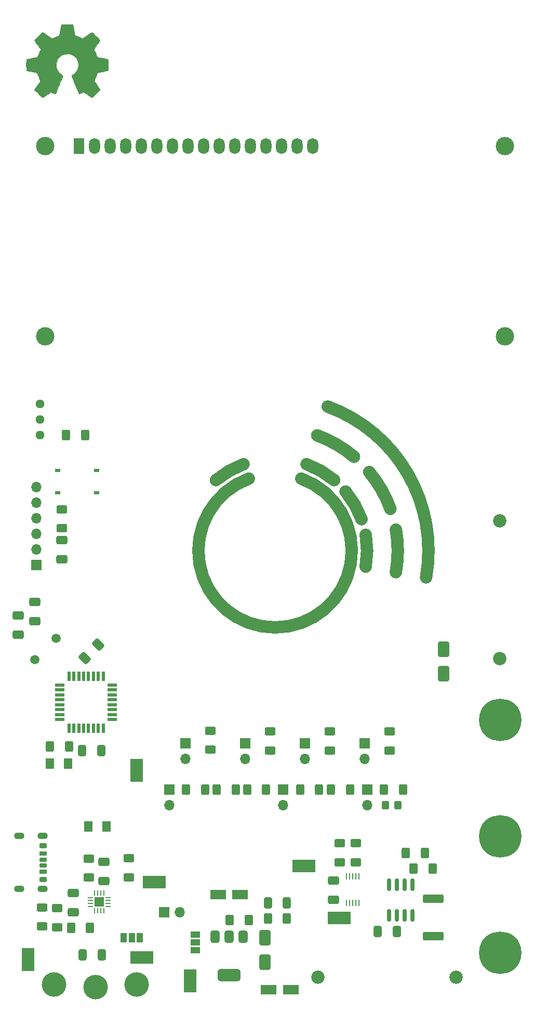
<source format=gbr>
%TF.GenerationSoftware,KiCad,Pcbnew,8.0.0*%
%TF.CreationDate,2025-03-31T17:33:55-04:00*%
%TF.ProjectId,oshe_dmm_project_v1,6f736865-5f64-46d6-9d5f-70726f6a6563,V1*%
%TF.SameCoordinates,Original*%
%TF.FileFunction,Soldermask,Top*%
%TF.FilePolarity,Negative*%
%FSLAX46Y46*%
G04 Gerber Fmt 4.6, Leading zero omitted, Abs format (unit mm)*
G04 Created by KiCad (PCBNEW 8.0.0) date 2025-03-31 17:33:55*
%MOMM*%
%LPD*%
G01*
G04 APERTURE LIST*
G04 Aperture macros list*
%AMRoundRect*
0 Rectangle with rounded corners*
0 $1 Rounding radius*
0 $2 $3 $4 $5 $6 $7 $8 $9 X,Y pos of 4 corners*
0 Add a 4 corners polygon primitive as box body*
4,1,4,$2,$3,$4,$5,$6,$7,$8,$9,$2,$3,0*
0 Add four circle primitives for the rounded corners*
1,1,$1+$1,$2,$3*
1,1,$1+$1,$4,$5*
1,1,$1+$1,$6,$7*
1,1,$1+$1,$8,$9*
0 Add four rect primitives between the rounded corners*
20,1,$1+$1,$2,$3,$4,$5,0*
20,1,$1+$1,$4,$5,$6,$7,0*
20,1,$1+$1,$6,$7,$8,$9,0*
20,1,$1+$1,$8,$9,$2,$3,0*%
G04 Aperture macros list end*
%ADD10C,2.000000*%
%ADD11C,0.150000*%
%ADD12C,0.010000*%
%ADD13R,3.800000X2.000000*%
%ADD14RoundRect,0.250000X0.625000X-0.400000X0.625000X0.400000X-0.625000X0.400000X-0.625000X-0.400000X0*%
%ADD15C,1.440000*%
%ADD16C,3.000000*%
%ADD17R,1.800000X2.600000*%
%ADD18O,1.800000X2.600000*%
%ADD19RoundRect,0.250000X0.412500X0.650000X-0.412500X0.650000X-0.412500X-0.650000X0.412500X-0.650000X0*%
%ADD20RoundRect,0.250000X0.325000X0.450000X-0.325000X0.450000X-0.325000X-0.450000X0.325000X-0.450000X0*%
%ADD21RoundRect,0.250000X0.650000X-0.412500X0.650000X0.412500X-0.650000X0.412500X-0.650000X-0.412500X0*%
%ADD22RoundRect,0.250000X-0.400000X-0.625000X0.400000X-0.625000X0.400000X0.625000X-0.400000X0.625000X0*%
%ADD23RoundRect,0.250000X0.400000X0.625000X-0.400000X0.625000X-0.400000X-0.625000X0.400000X-0.625000X0*%
%ADD24C,2.184000*%
%ADD25R,0.250000X1.100000*%
%ADD26R,0.550000X1.600000*%
%ADD27R,1.600000X0.550000*%
%ADD28C,4.000000*%
%ADD29RoundRect,0.250000X-0.650000X0.412500X-0.650000X-0.412500X0.650000X-0.412500X0.650000X0.412500X0*%
%ADD30RoundRect,0.250000X-0.412500X-0.650000X0.412500X-0.650000X0.412500X0.650000X-0.412500X0.650000X0*%
%ADD31RoundRect,0.175000X-0.425000X0.175000X-0.425000X-0.175000X0.425000X-0.175000X0.425000X0.175000X0*%
%ADD32RoundRect,0.190000X0.410000X-0.190000X0.410000X0.190000X-0.410000X0.190000X-0.410000X-0.190000X0*%
%ADD33RoundRect,0.200000X0.400000X-0.200000X0.400000X0.200000X-0.400000X0.200000X-0.400000X-0.200000X0*%
%ADD34RoundRect,0.175000X0.425000X-0.175000X0.425000X0.175000X-0.425000X0.175000X-0.425000X-0.175000X0*%
%ADD35RoundRect,0.190000X-0.410000X0.190000X-0.410000X-0.190000X0.410000X-0.190000X0.410000X0.190000X0*%
%ADD36RoundRect,0.200000X-0.400000X0.200000X-0.400000X-0.200000X0.400000X-0.200000X0.400000X0.200000X0*%
%ADD37O,1.700000X1.100000*%
%ADD38R,1.700000X1.700000*%
%ADD39O,1.700000X1.700000*%
%ADD40RoundRect,0.250000X-0.650000X1.000000X-0.650000X-1.000000X0.650000X-1.000000X0.650000X1.000000X0*%
%ADD41R,2.000000X3.800000*%
%ADD42RoundRect,0.150000X-0.150000X0.825000X-0.150000X-0.825000X0.150000X-0.825000X0.150000X0.825000X0*%
%ADD43RoundRect,0.250000X-0.625000X0.400000X-0.625000X-0.400000X0.625000X-0.400000X0.625000X0.400000X0*%
%ADD44RoundRect,0.250000X0.167938X-0.751301X0.751301X-0.167938X-0.167938X0.751301X-0.751301X0.167938X0*%
%ADD45C,6.918200*%
%ADD46RoundRect,0.250000X-1.050000X-0.550000X1.050000X-0.550000X1.050000X0.550000X-1.050000X0.550000X0*%
%ADD47C,1.500000*%
%ADD48RoundRect,0.250001X-0.462499X-0.624999X0.462499X-0.624999X0.462499X0.624999X-0.462499X0.624999X0*%
%ADD49R,1.500000X1.000000*%
%ADD50RoundRect,0.375000X-0.375000X0.625000X-0.375000X-0.625000X0.375000X-0.625000X0.375000X0.625000X0*%
%ADD51RoundRect,0.500000X-1.400000X0.500000X-1.400000X-0.500000X1.400000X-0.500000X1.400000X0.500000X0*%
%ADD52RoundRect,0.249999X1.425001X-0.450001X1.425001X0.450001X-1.425001X0.450001X-1.425001X-0.450001X0*%
%ADD53RoundRect,0.250000X0.650000X-1.000000X0.650000X1.000000X-0.650000X1.000000X-0.650000X-1.000000X0*%
%ADD54RoundRect,0.250001X0.462499X0.624999X-0.462499X0.624999X-0.462499X-0.624999X0.462499X-0.624999X0*%
%ADD55R,1.000000X1.500000*%
%ADD56RoundRect,0.062500X0.062500X-0.375000X0.062500X0.375000X-0.062500X0.375000X-0.062500X-0.375000X0*%
%ADD57RoundRect,0.062500X0.375000X-0.062500X0.375000X0.062500X-0.375000X0.062500X-0.375000X-0.062500X0*%
%ADD58R,1.600000X1.600000*%
%ADD59R,0.952500X0.558800*%
G04 APERTURE END LIST*
D10*
X171355591Y-133293334D02*
G75*
G02*
X177369640Y-136777187I-6865591J-18784666D01*
G01*
X169612907Y-137979922D02*
G75*
G02*
X174125374Y-140581933I-5122907J-14098078D01*
G01*
X179264323Y-149485840D02*
G75*
G02*
X179260853Y-154689859I-14774323J-2592160D01*
G01*
X175981284Y-142436923D02*
G75*
G02*
X178587194Y-146952663I-11491284J-9641077D01*
G01*
X173063852Y-128594198D02*
G75*
G02*
X189107233Y-156435951I-8573852J-23483802D01*
G01*
X184191459Y-148635270D02*
G75*
G02*
X184181344Y-155578124I-19701459J-3442730D01*
G01*
X168757757Y-140329116D02*
G75*
G02*
X160210970Y-140333217I-4267757J-11748884D01*
G01*
X179834186Y-139250063D02*
G75*
G02*
X183291804Y-145259484I-15344186J-12827937D01*
G01*
X154847450Y-140587954D02*
G75*
G02*
X159363042Y-137981396I9642550J-11490046D01*
G01*
X173063852Y-128594198D02*
G75*
G02*
X189107233Y-156435951I-8573852J-23483802D01*
G01*
D11*
X168752969Y-139907819D02*
X168276779Y-139907819D01*
X168276779Y-139907819D02*
X168229160Y-140384009D01*
X168229160Y-140384009D02*
X168276779Y-140336390D01*
X168276779Y-140336390D02*
X168372017Y-140288771D01*
X168372017Y-140288771D02*
X168610112Y-140288771D01*
X168610112Y-140288771D02*
X168705350Y-140336390D01*
X168705350Y-140336390D02*
X168752969Y-140384009D01*
X168752969Y-140384009D02*
X168800588Y-140479247D01*
X168800588Y-140479247D02*
X168800588Y-140717342D01*
X168800588Y-140717342D02*
X168752969Y-140812580D01*
X168752969Y-140812580D02*
X168705350Y-140860200D01*
X168705350Y-140860200D02*
X168610112Y-140907819D01*
X168610112Y-140907819D02*
X168372017Y-140907819D01*
X168372017Y-140907819D02*
X168276779Y-140860200D01*
X168276779Y-140860200D02*
X168229160Y-140812580D01*
X169086303Y-139907819D02*
X169419636Y-140907819D01*
X169419636Y-140907819D02*
X169752969Y-139907819D01*
D12*
%TO.C,REF\u002A\u002A*%
X131700803Y-67222640D02*
X131869676Y-68118427D01*
X132492796Y-68375298D01*
X133115916Y-68632168D01*
X133863453Y-68123849D01*
X134072802Y-67982316D01*
X134262043Y-67855945D01*
X134422343Y-67750507D01*
X134544874Y-67671770D01*
X134620802Y-67625505D01*
X134641480Y-67615529D01*
X134678731Y-67641186D01*
X134758332Y-67712115D01*
X134871361Y-67819257D01*
X135008895Y-67953550D01*
X135162012Y-68105934D01*
X135321789Y-68267347D01*
X135479305Y-68428730D01*
X135625637Y-68581022D01*
X135751863Y-68715162D01*
X135849060Y-68822089D01*
X135908307Y-68892742D01*
X135922471Y-68916388D01*
X135902087Y-68959979D01*
X135844941Y-69055481D01*
X135757041Y-69193550D01*
X135644396Y-69364845D01*
X135513013Y-69560025D01*
X135436882Y-69671352D01*
X135298118Y-69874633D01*
X135174811Y-70058073D01*
X135072945Y-70212542D01*
X134998501Y-70328909D01*
X134957461Y-70398042D01*
X134951294Y-70412570D01*
X134965274Y-70453860D01*
X135003382Y-70550092D01*
X135059867Y-70687734D01*
X135128980Y-70853258D01*
X135204970Y-71033132D01*
X135282089Y-71213828D01*
X135354585Y-71381814D01*
X135416709Y-71523560D01*
X135462712Y-71625537D01*
X135486843Y-71674214D01*
X135488267Y-71676130D01*
X135526158Y-71685425D01*
X135627069Y-71706160D01*
X135780540Y-71736298D01*
X135976112Y-71773801D01*
X136203325Y-71816629D01*
X136335891Y-71841326D01*
X136578679Y-71887553D01*
X136797974Y-71931540D01*
X136982681Y-71970881D01*
X137121705Y-72003169D01*
X137203952Y-72025997D01*
X137220485Y-72033240D01*
X137236678Y-72082261D01*
X137249744Y-72192977D01*
X137259691Y-72352438D01*
X137266528Y-72547700D01*
X137270264Y-72765814D01*
X137270907Y-72993835D01*
X137268468Y-73218815D01*
X137262953Y-73427809D01*
X137254374Y-73607868D01*
X137242737Y-73746047D01*
X137228052Y-73829398D01*
X137219245Y-73846750D01*
X137166599Y-73867548D01*
X137055043Y-73897282D01*
X136899335Y-73932459D01*
X136714229Y-73969586D01*
X136649613Y-73981597D01*
X136338071Y-74038662D01*
X136091976Y-74084618D01*
X135903195Y-74121293D01*
X135763598Y-74150513D01*
X135665052Y-74174104D01*
X135599426Y-74193892D01*
X135558589Y-74211706D01*
X135534409Y-74229370D01*
X135531026Y-74232861D01*
X135497255Y-74289100D01*
X135445737Y-74398547D01*
X135381617Y-74547800D01*
X135310039Y-74723459D01*
X135236146Y-74912121D01*
X135165083Y-75100385D01*
X135101993Y-75274848D01*
X135052021Y-75422108D01*
X135020312Y-75528764D01*
X135012008Y-75581413D01*
X135012700Y-75583257D01*
X135040836Y-75626292D01*
X135104665Y-75720978D01*
X135197480Y-75857460D01*
X135312573Y-76025882D01*
X135443237Y-76216390D01*
X135480448Y-76270529D01*
X135613129Y-76466804D01*
X135729883Y-76645886D01*
X135824349Y-76797492D01*
X135890168Y-76911338D01*
X135920978Y-76977141D01*
X135922471Y-76985225D01*
X135896584Y-77027715D01*
X135825054Y-77111891D01*
X135717076Y-77228705D01*
X135581846Y-77369110D01*
X135428558Y-77524061D01*
X135266409Y-77684509D01*
X135104593Y-77841409D01*
X134952306Y-77985713D01*
X134818743Y-78108376D01*
X134713100Y-78200350D01*
X134644572Y-78252589D01*
X134625614Y-78261118D01*
X134581487Y-78241029D01*
X134491142Y-78186849D01*
X134369295Y-78107704D01*
X134275546Y-78044001D01*
X134105678Y-77927110D01*
X133904512Y-77789476D01*
X133702733Y-77652063D01*
X133594250Y-77578519D01*
X133227058Y-77330155D01*
X132918826Y-77496813D01*
X132778404Y-77569822D01*
X132658996Y-77626571D01*
X132578202Y-77658937D01*
X132557636Y-77663441D01*
X132532906Y-77630189D01*
X132484118Y-77536224D01*
X132414913Y-77390213D01*
X132328935Y-77200824D01*
X132229824Y-76976724D01*
X132121224Y-76726581D01*
X132006775Y-76459063D01*
X131890120Y-76182836D01*
X131774901Y-75906568D01*
X131664760Y-75638927D01*
X131563339Y-75388580D01*
X131474280Y-75164195D01*
X131401225Y-74974439D01*
X131347816Y-74827980D01*
X131317695Y-74733485D01*
X131312851Y-74701031D01*
X131351245Y-74659636D01*
X131435308Y-74592438D01*
X131547467Y-74513400D01*
X131556881Y-74507147D01*
X131846768Y-74275103D01*
X132080512Y-74004386D01*
X132256087Y-73703653D01*
X132371469Y-73381561D01*
X132424630Y-73046765D01*
X132413547Y-72707922D01*
X132336192Y-72373688D01*
X132190540Y-72052719D01*
X132147688Y-71982495D01*
X131924802Y-71698927D01*
X131661491Y-71471218D01*
X131366865Y-71300551D01*
X131050041Y-71188112D01*
X130720130Y-71135083D01*
X130386246Y-71142651D01*
X130057503Y-71211998D01*
X129743014Y-71344309D01*
X129451893Y-71540768D01*
X129361840Y-71620506D01*
X129132653Y-71870108D01*
X128965646Y-72132868D01*
X128851085Y-72427399D01*
X128787281Y-72719075D01*
X128771530Y-73047012D01*
X128824051Y-73376577D01*
X128939510Y-73696630D01*
X129112571Y-73996032D01*
X129337899Y-74263643D01*
X129610160Y-74488325D01*
X129645942Y-74512008D01*
X129759302Y-74589568D01*
X129845478Y-74656768D01*
X129886677Y-74699675D01*
X129887276Y-74701031D01*
X129878431Y-74747446D01*
X129843369Y-74852786D01*
X129785733Y-75008388D01*
X129709166Y-75205584D01*
X129617314Y-75435710D01*
X129513817Y-75690101D01*
X129402321Y-75960090D01*
X129286468Y-76237012D01*
X129169903Y-76512201D01*
X129056267Y-76776993D01*
X128949206Y-77022721D01*
X128852362Y-77240721D01*
X128769379Y-77422326D01*
X128703901Y-77558871D01*
X128659569Y-77641690D01*
X128641717Y-77663441D01*
X128587166Y-77646504D01*
X128485095Y-77601077D01*
X128353105Y-77535280D01*
X128280526Y-77496813D01*
X127972295Y-77330155D01*
X127605103Y-77578519D01*
X127417660Y-77705754D01*
X127212443Y-77845773D01*
X127020133Y-77977612D01*
X126923807Y-78044001D01*
X126788327Y-78134976D01*
X126673607Y-78207071D01*
X126594612Y-78251154D01*
X126568954Y-78260473D01*
X126531609Y-78235334D01*
X126448958Y-78165154D01*
X126329015Y-78057220D01*
X126179791Y-77918818D01*
X126009301Y-77757235D01*
X125901474Y-77653488D01*
X125712828Y-77468135D01*
X125549795Y-77302351D01*
X125418968Y-77163227D01*
X125326935Y-77057856D01*
X125280287Y-76993329D01*
X125275812Y-76980234D01*
X125296580Y-76930425D01*
X125353969Y-76829713D01*
X125441613Y-76688295D01*
X125553146Y-76516367D01*
X125682203Y-76324124D01*
X125718904Y-76270529D01*
X125852632Y-76075733D01*
X125972607Y-75900353D01*
X126072121Y-75754243D01*
X126144467Y-75647258D01*
X126182936Y-75589255D01*
X126186653Y-75583257D01*
X126181095Y-75537032D01*
X126151593Y-75435398D01*
X126103291Y-75291758D01*
X126041333Y-75119514D01*
X125970863Y-74932066D01*
X125897025Y-74742818D01*
X125824963Y-74565171D01*
X125759822Y-74412527D01*
X125706745Y-74298288D01*
X125670877Y-74235856D01*
X125668327Y-74232861D01*
X125646394Y-74215019D01*
X125609348Y-74197374D01*
X125549059Y-74178101D01*
X125457396Y-74155374D01*
X125326226Y-74127364D01*
X125147418Y-74092247D01*
X124912842Y-74048195D01*
X124614365Y-73993382D01*
X124549740Y-73981597D01*
X124358206Y-73944591D01*
X124191231Y-73908389D01*
X124063568Y-73876485D01*
X123989976Y-73852372D01*
X123980108Y-73846750D01*
X123963847Y-73796910D01*
X123950630Y-73685532D01*
X123940464Y-73525563D01*
X123933360Y-73329950D01*
X123929326Y-73111640D01*
X123928370Y-72883579D01*
X123930502Y-72658714D01*
X123935731Y-72449991D01*
X123944065Y-72270358D01*
X123955513Y-72132762D01*
X123970084Y-72050148D01*
X123978868Y-72033240D01*
X124027770Y-72016184D01*
X124139127Y-71988436D01*
X124301844Y-71952403D01*
X124504826Y-71910493D01*
X124736979Y-71865111D01*
X124863462Y-71841326D01*
X125103445Y-71796465D01*
X125317451Y-71755825D01*
X125495022Y-71721446D01*
X125625698Y-71695365D01*
X125699018Y-71679621D01*
X125711085Y-71676130D01*
X125731481Y-71636779D01*
X125774594Y-71541993D01*
X125834679Y-71405315D01*
X125905987Y-71240286D01*
X125982773Y-71060447D01*
X126059290Y-70879340D01*
X126129790Y-70710507D01*
X126188527Y-70567488D01*
X126229754Y-70463826D01*
X126247724Y-70413061D01*
X126248059Y-70410842D01*
X126227687Y-70370796D01*
X126170573Y-70278639D01*
X126082721Y-70143533D01*
X125970133Y-69974635D01*
X125838811Y-69781105D01*
X125762471Y-69669941D01*
X125623364Y-69466116D01*
X125499812Y-69281063D01*
X125397842Y-69124146D01*
X125323483Y-69004724D01*
X125282763Y-68932160D01*
X125276882Y-68915893D01*
X125302163Y-68878030D01*
X125372052Y-68797186D01*
X125477623Y-68682419D01*
X125609948Y-68542785D01*
X125760099Y-68387342D01*
X125919148Y-68225146D01*
X126078167Y-68065254D01*
X126228229Y-67916724D01*
X126360406Y-67788613D01*
X126465770Y-67689977D01*
X126535393Y-67629873D01*
X126558685Y-67615529D01*
X126596610Y-67635699D01*
X126687317Y-67692363D01*
X126821989Y-67779753D01*
X126991805Y-67892100D01*
X127187946Y-68023638D01*
X127335900Y-68123849D01*
X128083436Y-68632168D01*
X128706556Y-68375298D01*
X129329676Y-68118427D01*
X129667424Y-66326853D01*
X131531929Y-66326853D01*
X131700803Y-67222640D01*
G36*
X131700803Y-67222640D02*
G01*
X131869676Y-68118427D01*
X132492796Y-68375298D01*
X133115916Y-68632168D01*
X133863453Y-68123849D01*
X134072802Y-67982316D01*
X134262043Y-67855945D01*
X134422343Y-67750507D01*
X134544874Y-67671770D01*
X134620802Y-67625505D01*
X134641480Y-67615529D01*
X134678731Y-67641186D01*
X134758332Y-67712115D01*
X134871361Y-67819257D01*
X135008895Y-67953550D01*
X135162012Y-68105934D01*
X135321789Y-68267347D01*
X135479305Y-68428730D01*
X135625637Y-68581022D01*
X135751863Y-68715162D01*
X135849060Y-68822089D01*
X135908307Y-68892742D01*
X135922471Y-68916388D01*
X135902087Y-68959979D01*
X135844941Y-69055481D01*
X135757041Y-69193550D01*
X135644396Y-69364845D01*
X135513013Y-69560025D01*
X135436882Y-69671352D01*
X135298118Y-69874633D01*
X135174811Y-70058073D01*
X135072945Y-70212542D01*
X134998501Y-70328909D01*
X134957461Y-70398042D01*
X134951294Y-70412570D01*
X134965274Y-70453860D01*
X135003382Y-70550092D01*
X135059867Y-70687734D01*
X135128980Y-70853258D01*
X135204970Y-71033132D01*
X135282089Y-71213828D01*
X135354585Y-71381814D01*
X135416709Y-71523560D01*
X135462712Y-71625537D01*
X135486843Y-71674214D01*
X135488267Y-71676130D01*
X135526158Y-71685425D01*
X135627069Y-71706160D01*
X135780540Y-71736298D01*
X135976112Y-71773801D01*
X136203325Y-71816629D01*
X136335891Y-71841326D01*
X136578679Y-71887553D01*
X136797974Y-71931540D01*
X136982681Y-71970881D01*
X137121705Y-72003169D01*
X137203952Y-72025997D01*
X137220485Y-72033240D01*
X137236678Y-72082261D01*
X137249744Y-72192977D01*
X137259691Y-72352438D01*
X137266528Y-72547700D01*
X137270264Y-72765814D01*
X137270907Y-72993835D01*
X137268468Y-73218815D01*
X137262953Y-73427809D01*
X137254374Y-73607868D01*
X137242737Y-73746047D01*
X137228052Y-73829398D01*
X137219245Y-73846750D01*
X137166599Y-73867548D01*
X137055043Y-73897282D01*
X136899335Y-73932459D01*
X136714229Y-73969586D01*
X136649613Y-73981597D01*
X136338071Y-74038662D01*
X136091976Y-74084618D01*
X135903195Y-74121293D01*
X135763598Y-74150513D01*
X135665052Y-74174104D01*
X135599426Y-74193892D01*
X135558589Y-74211706D01*
X135534409Y-74229370D01*
X135531026Y-74232861D01*
X135497255Y-74289100D01*
X135445737Y-74398547D01*
X135381617Y-74547800D01*
X135310039Y-74723459D01*
X135236146Y-74912121D01*
X135165083Y-75100385D01*
X135101993Y-75274848D01*
X135052021Y-75422108D01*
X135020312Y-75528764D01*
X135012008Y-75581413D01*
X135012700Y-75583257D01*
X135040836Y-75626292D01*
X135104665Y-75720978D01*
X135197480Y-75857460D01*
X135312573Y-76025882D01*
X135443237Y-76216390D01*
X135480448Y-76270529D01*
X135613129Y-76466804D01*
X135729883Y-76645886D01*
X135824349Y-76797492D01*
X135890168Y-76911338D01*
X135920978Y-76977141D01*
X135922471Y-76985225D01*
X135896584Y-77027715D01*
X135825054Y-77111891D01*
X135717076Y-77228705D01*
X135581846Y-77369110D01*
X135428558Y-77524061D01*
X135266409Y-77684509D01*
X135104593Y-77841409D01*
X134952306Y-77985713D01*
X134818743Y-78108376D01*
X134713100Y-78200350D01*
X134644572Y-78252589D01*
X134625614Y-78261118D01*
X134581487Y-78241029D01*
X134491142Y-78186849D01*
X134369295Y-78107704D01*
X134275546Y-78044001D01*
X134105678Y-77927110D01*
X133904512Y-77789476D01*
X133702733Y-77652063D01*
X133594250Y-77578519D01*
X133227058Y-77330155D01*
X132918826Y-77496813D01*
X132778404Y-77569822D01*
X132658996Y-77626571D01*
X132578202Y-77658937D01*
X132557636Y-77663441D01*
X132532906Y-77630189D01*
X132484118Y-77536224D01*
X132414913Y-77390213D01*
X132328935Y-77200824D01*
X132229824Y-76976724D01*
X132121224Y-76726581D01*
X132006775Y-76459063D01*
X131890120Y-76182836D01*
X131774901Y-75906568D01*
X131664760Y-75638927D01*
X131563339Y-75388580D01*
X131474280Y-75164195D01*
X131401225Y-74974439D01*
X131347816Y-74827980D01*
X131317695Y-74733485D01*
X131312851Y-74701031D01*
X131351245Y-74659636D01*
X131435308Y-74592438D01*
X131547467Y-74513400D01*
X131556881Y-74507147D01*
X131846768Y-74275103D01*
X132080512Y-74004386D01*
X132256087Y-73703653D01*
X132371469Y-73381561D01*
X132424630Y-73046765D01*
X132413547Y-72707922D01*
X132336192Y-72373688D01*
X132190540Y-72052719D01*
X132147688Y-71982495D01*
X131924802Y-71698927D01*
X131661491Y-71471218D01*
X131366865Y-71300551D01*
X131050041Y-71188112D01*
X130720130Y-71135083D01*
X130386246Y-71142651D01*
X130057503Y-71211998D01*
X129743014Y-71344309D01*
X129451893Y-71540768D01*
X129361840Y-71620506D01*
X129132653Y-71870108D01*
X128965646Y-72132868D01*
X128851085Y-72427399D01*
X128787281Y-72719075D01*
X128771530Y-73047012D01*
X128824051Y-73376577D01*
X128939510Y-73696630D01*
X129112571Y-73996032D01*
X129337899Y-74263643D01*
X129610160Y-74488325D01*
X129645942Y-74512008D01*
X129759302Y-74589568D01*
X129845478Y-74656768D01*
X129886677Y-74699675D01*
X129887276Y-74701031D01*
X129878431Y-74747446D01*
X129843369Y-74852786D01*
X129785733Y-75008388D01*
X129709166Y-75205584D01*
X129617314Y-75435710D01*
X129513817Y-75690101D01*
X129402321Y-75960090D01*
X129286468Y-76237012D01*
X129169903Y-76512201D01*
X129056267Y-76776993D01*
X128949206Y-77022721D01*
X128852362Y-77240721D01*
X128769379Y-77422326D01*
X128703901Y-77558871D01*
X128659569Y-77641690D01*
X128641717Y-77663441D01*
X128587166Y-77646504D01*
X128485095Y-77601077D01*
X128353105Y-77535280D01*
X128280526Y-77496813D01*
X127972295Y-77330155D01*
X127605103Y-77578519D01*
X127417660Y-77705754D01*
X127212443Y-77845773D01*
X127020133Y-77977612D01*
X126923807Y-78044001D01*
X126788327Y-78134976D01*
X126673607Y-78207071D01*
X126594612Y-78251154D01*
X126568954Y-78260473D01*
X126531609Y-78235334D01*
X126448958Y-78165154D01*
X126329015Y-78057220D01*
X126179791Y-77918818D01*
X126009301Y-77757235D01*
X125901474Y-77653488D01*
X125712828Y-77468135D01*
X125549795Y-77302351D01*
X125418968Y-77163227D01*
X125326935Y-77057856D01*
X125280287Y-76993329D01*
X125275812Y-76980234D01*
X125296580Y-76930425D01*
X125353969Y-76829713D01*
X125441613Y-76688295D01*
X125553146Y-76516367D01*
X125682203Y-76324124D01*
X125718904Y-76270529D01*
X125852632Y-76075733D01*
X125972607Y-75900353D01*
X126072121Y-75754243D01*
X126144467Y-75647258D01*
X126182936Y-75589255D01*
X126186653Y-75583257D01*
X126181095Y-75537032D01*
X126151593Y-75435398D01*
X126103291Y-75291758D01*
X126041333Y-75119514D01*
X125970863Y-74932066D01*
X125897025Y-74742818D01*
X125824963Y-74565171D01*
X125759822Y-74412527D01*
X125706745Y-74298288D01*
X125670877Y-74235856D01*
X125668327Y-74232861D01*
X125646394Y-74215019D01*
X125609348Y-74197374D01*
X125549059Y-74178101D01*
X125457396Y-74155374D01*
X125326226Y-74127364D01*
X125147418Y-74092247D01*
X124912842Y-74048195D01*
X124614365Y-73993382D01*
X124549740Y-73981597D01*
X124358206Y-73944591D01*
X124191231Y-73908389D01*
X124063568Y-73876485D01*
X123989976Y-73852372D01*
X123980108Y-73846750D01*
X123963847Y-73796910D01*
X123950630Y-73685532D01*
X123940464Y-73525563D01*
X123933360Y-73329950D01*
X123929326Y-73111640D01*
X123928370Y-72883579D01*
X123930502Y-72658714D01*
X123935731Y-72449991D01*
X123944065Y-72270358D01*
X123955513Y-72132762D01*
X123970084Y-72050148D01*
X123978868Y-72033240D01*
X124027770Y-72016184D01*
X124139127Y-71988436D01*
X124301844Y-71952403D01*
X124504826Y-71910493D01*
X124736979Y-71865111D01*
X124863462Y-71841326D01*
X125103445Y-71796465D01*
X125317451Y-71755825D01*
X125495022Y-71721446D01*
X125625698Y-71695365D01*
X125699018Y-71679621D01*
X125711085Y-71676130D01*
X125731481Y-71636779D01*
X125774594Y-71541993D01*
X125834679Y-71405315D01*
X125905987Y-71240286D01*
X125982773Y-71060447D01*
X126059290Y-70879340D01*
X126129790Y-70710507D01*
X126188527Y-70567488D01*
X126229754Y-70463826D01*
X126247724Y-70413061D01*
X126248059Y-70410842D01*
X126227687Y-70370796D01*
X126170573Y-70278639D01*
X126082721Y-70143533D01*
X125970133Y-69974635D01*
X125838811Y-69781105D01*
X125762471Y-69669941D01*
X125623364Y-69466116D01*
X125499812Y-69281063D01*
X125397842Y-69124146D01*
X125323483Y-69004724D01*
X125282763Y-68932160D01*
X125276882Y-68915893D01*
X125302163Y-68878030D01*
X125372052Y-68797186D01*
X125477623Y-68682419D01*
X125609948Y-68542785D01*
X125760099Y-68387342D01*
X125919148Y-68225146D01*
X126078167Y-68065254D01*
X126228229Y-67916724D01*
X126360406Y-67788613D01*
X126465770Y-67689977D01*
X126535393Y-67629873D01*
X126558685Y-67615529D01*
X126596610Y-67635699D01*
X126687317Y-67692363D01*
X126821989Y-67779753D01*
X126991805Y-67892100D01*
X127187946Y-68023638D01*
X127335900Y-68123849D01*
X128083436Y-68632168D01*
X128706556Y-68375298D01*
X129329676Y-68118427D01*
X129667424Y-66326853D01*
X131531929Y-66326853D01*
X131700803Y-67222640D01*
G37*
%TD*%
D13*
%TO.C,BAT1*%
X142798400Y-218321200D03*
%TD*%
D14*
%TO.C,R11*%
X129729950Y-148409300D03*
X129729950Y-145309300D03*
%TD*%
D15*
%TO.C,RV1*%
X126161400Y-133205800D03*
X126161400Y-130665800D03*
X126161400Y-128125800D03*
%TD*%
D16*
%TO.C,DS1*%
X126990900Y-86174500D03*
X126990900Y-117175200D03*
X201989480Y-117175200D03*
X201990000Y-86174500D03*
D17*
X132490000Y-86174500D03*
D18*
X135030000Y-86174500D03*
X137570000Y-86174500D03*
X140110000Y-86174500D03*
X142650000Y-86174500D03*
X145190000Y-86174500D03*
X147730000Y-86174500D03*
X150270000Y-86174500D03*
X152810000Y-86174500D03*
X155350000Y-86174500D03*
X157890000Y-86174500D03*
X160430000Y-86174500D03*
X162970000Y-86174500D03*
X165510000Y-86174500D03*
X168050000Y-86174500D03*
X170590000Y-86174500D03*
%TD*%
D19*
%TO.C,C8*%
X136232900Y-217940200D03*
X133107900Y-217940200D03*
%TD*%
D20*
%TO.C,D2*%
X184506800Y-193530800D03*
X182456800Y-193530800D03*
%TD*%
D21*
%TO.C,C7*%
X174040400Y-208961700D03*
X174040400Y-205836700D03*
%TD*%
D22*
%TO.C,R7*%
X182244000Y-190990800D03*
X185344000Y-190990800D03*
%TD*%
D19*
%TO.C,C1*%
X136137500Y-184634600D03*
X133012500Y-184634600D03*
%TD*%
D23*
%TO.C,R8*%
X188900000Y-201289000D03*
X185800000Y-201289000D03*
%TD*%
D24*
%TO.C,F2*%
X193977200Y-221572400D03*
X171477200Y-221572400D03*
%TD*%
D25*
%TO.C,U3*%
X176139200Y-209456986D03*
X176639200Y-209456986D03*
X177139200Y-209456986D03*
X177639200Y-209456986D03*
X178139200Y-209456986D03*
X178139200Y-205156986D03*
X177639200Y-205156986D03*
X177139200Y-205156986D03*
X176639200Y-205156986D03*
X176139200Y-205156986D03*
%TD*%
D26*
%TO.C,U1*%
X136486000Y-172510600D03*
X135686000Y-172510600D03*
X134886000Y-172510600D03*
X134086000Y-172510600D03*
X133286000Y-172510600D03*
X132486000Y-172510600D03*
X131686000Y-172510600D03*
X130886000Y-172510600D03*
D27*
X129436000Y-173960600D03*
X129436000Y-174760600D03*
X129436000Y-175560600D03*
X129436000Y-176360600D03*
X129436000Y-177160600D03*
X129436000Y-177960600D03*
X129436000Y-178760600D03*
X129436000Y-179560600D03*
D26*
X130886000Y-181010600D03*
X131686000Y-181010600D03*
X132486000Y-181010600D03*
X133286000Y-181010600D03*
X134086000Y-181010600D03*
X134886000Y-181010600D03*
X135686000Y-181010600D03*
X136486000Y-181010600D03*
D27*
X137936000Y-179560600D03*
X137936000Y-178760600D03*
X137936000Y-177960600D03*
X137936000Y-177160600D03*
X137936000Y-176360600D03*
X137936000Y-175560600D03*
X137936000Y-174760600D03*
X137936000Y-173960600D03*
%TD*%
D28*
%TO.C,BAT-1*%
X128447400Y-222766200D03*
%TD*%
D19*
%TO.C,C2*%
X184315100Y-214104800D03*
X181190100Y-214104800D03*
%TD*%
D22*
%TO.C,R4*%
X159942800Y-190990800D03*
X163042800Y-190990800D03*
%TD*%
D29*
%TO.C,C9*%
X131622400Y-207868700D03*
X131622400Y-210993700D03*
%TD*%
D30*
%TO.C,C12*%
X163308500Y-209482000D03*
X166433500Y-209482000D03*
%TD*%
D22*
%TO.C,R19*%
X163321000Y-212022000D03*
X166421000Y-212022000D03*
%TD*%
D31*
%TO.C,J5*%
X126676000Y-202378000D03*
D32*
X126676000Y-204398000D03*
D33*
X126676000Y-205628000D03*
D34*
X126676000Y-203378000D03*
D35*
X126676000Y-201358000D03*
D36*
X126676000Y-200128000D03*
D37*
X126596000Y-198558000D03*
X122796000Y-198558000D03*
X126596000Y-207198000D03*
X122796000Y-207198000D03*
%TD*%
D28*
%TO.C,BAT+1*%
X141909400Y-222766200D03*
%TD*%
D38*
%TO.C,J1*%
X125608950Y-154414800D03*
D39*
X125608950Y-151874800D03*
X125608950Y-149334800D03*
X125608950Y-146794800D03*
X125608950Y-144254800D03*
X125608950Y-141714800D03*
%TD*%
D40*
%TO.C,D1*%
X191922000Y-168112000D03*
X191922000Y-172112000D03*
%TD*%
D29*
%TO.C,C6*%
X122630800Y-162605900D03*
X122630800Y-165730900D03*
%TD*%
D38*
%TO.C,J6*%
X146451000Y-211006000D03*
D39*
X148991000Y-211006000D03*
%TD*%
D41*
%TO.C,TP1*%
X141884000Y-187892000D03*
%TD*%
D38*
%TO.C,J10*%
X159634000Y-183467400D03*
D39*
X159634000Y-186007400D03*
%TD*%
D42*
%TO.C,U2*%
X186842000Y-206499000D03*
X185572000Y-206499000D03*
X184302000Y-206499000D03*
X183032000Y-206499000D03*
X183032000Y-211449000D03*
X184302000Y-211449000D03*
X185572000Y-211449000D03*
X186842000Y-211449000D03*
%TD*%
D43*
%TO.C,R22*%
X153949000Y-181389000D03*
X153949000Y-184489000D03*
%TD*%
D38*
%TO.C,J13*%
X179105600Y-183447000D03*
D39*
X179105600Y-185987000D03*
%TD*%
D24*
%TO.C,F1*%
X201116800Y-169678000D03*
X201116800Y-147178000D03*
%TD*%
D43*
%TO.C,R16*%
X126542400Y-210167200D03*
X126542400Y-213267200D03*
%TD*%
D44*
%TO.C,C3*%
X133489346Y-169565854D03*
X135699054Y-167356146D03*
%TD*%
D43*
%TO.C,R23*%
X163687800Y-181516000D03*
X163687800Y-184616000D03*
%TD*%
D13*
%TO.C,TP3*%
X174954800Y-211869600D03*
%TD*%
D45*
%TO.C,J3*%
X201193000Y-198610000D03*
%TD*%
D43*
%TO.C,R25*%
X183118800Y-181516000D03*
X183118800Y-184616000D03*
%TD*%
D13*
%TO.C,TP2*%
X169214400Y-203436800D03*
%TD*%
D46*
%TO.C,C13*%
X163452000Y-223579000D03*
X167052000Y-223579000D03*
%TD*%
D23*
%TO.C,R9*%
X190170000Y-203829000D03*
X187070000Y-203829000D03*
%TD*%
D22*
%TO.C,R3*%
X154964400Y-190990800D03*
X158064400Y-190990800D03*
%TD*%
D23*
%TO.C,R15*%
X134315400Y-213495200D03*
X131215400Y-213495200D03*
%TD*%
D22*
%TO.C,R14*%
X130402600Y-133205800D03*
X133502600Y-133205800D03*
%TD*%
D47*
%TO.C,Y1*%
X125343389Y-169837812D03*
X128794070Y-166387131D03*
%TD*%
D48*
%TO.C,D4*%
X134071900Y-197036000D03*
X137046900Y-197036000D03*
%TD*%
D22*
%TO.C,R6*%
X173608000Y-190990800D03*
X176708000Y-190990800D03*
%TD*%
D43*
%TO.C,R13*%
X177647200Y-199727800D03*
X177647200Y-202827800D03*
%TD*%
D14*
%TO.C,R21*%
X140639400Y-205266200D03*
X140639400Y-202166200D03*
%TD*%
D38*
%TO.C,J7*%
X147218000Y-190990800D03*
D39*
X147218000Y-193530800D03*
%TD*%
D38*
%TO.C,J11*%
X179476000Y-190990800D03*
D39*
X179476000Y-193530800D03*
%TD*%
D49*
%TO.C,JP2*%
X151485200Y-217182800D03*
X151485200Y-215882800D03*
X151485200Y-214582800D03*
%TD*%
D29*
%TO.C,C4*%
X129729950Y-150376800D03*
X129729950Y-153501800D03*
%TD*%
D50*
%TO.C,U5*%
X159297000Y-214942600D03*
X156997000Y-214942600D03*
D51*
X156997000Y-221242600D03*
D50*
X154697000Y-214942600D03*
%TD*%
D43*
%TO.C,R24*%
X173416000Y-181516000D03*
X173416000Y-184616000D03*
%TD*%
D52*
%TO.C,R1*%
X190245600Y-214868800D03*
X190245600Y-208768800D03*
%TD*%
D13*
%TO.C,BMS_Out1*%
X144805000Y-206053000D03*
%TD*%
D38*
%TO.C,J12*%
X169365000Y-183447000D03*
D39*
X169365000Y-185987000D03*
%TD*%
D45*
%TO.C,J2*%
X201193000Y-179610000D03*
%TD*%
D22*
%TO.C,R2*%
X149986000Y-190990800D03*
X153086000Y-190990800D03*
%TD*%
D41*
%TO.C,GND1*%
X124256400Y-218702200D03*
%TD*%
D21*
%TO.C,C11*%
X136575400Y-205913700D03*
X136575400Y-202788700D03*
%TD*%
D45*
%TO.C,J4*%
X201193000Y-217610000D03*
%TD*%
D46*
%TO.C,C10*%
X155197000Y-208085000D03*
X158797000Y-208085000D03*
%TD*%
D22*
%TO.C,R5*%
X168578800Y-190990800D03*
X171678800Y-190990800D03*
%TD*%
D41*
%TO.C,5V1*%
X150647000Y-222156600D03*
%TD*%
D38*
%TO.C,J9*%
X165810800Y-190985800D03*
D39*
X165810800Y-193525800D03*
%TD*%
D53*
%TO.C,D5*%
X162839000Y-219102000D03*
X162839000Y-215102000D03*
%TD*%
D54*
%TO.C,D3*%
X130773100Y-186723600D03*
X127798100Y-186723600D03*
%TD*%
D55*
%TO.C,JP1*%
X139847400Y-215146200D03*
X141147400Y-215146200D03*
X142447400Y-215146200D03*
%TD*%
D22*
%TO.C,R10*%
X127786400Y-183980400D03*
X130886400Y-183980400D03*
%TD*%
D21*
%TO.C,C5*%
X125297800Y-163571900D03*
X125297800Y-160446900D03*
%TD*%
D43*
%TO.C,R18*%
X128955400Y-210294200D03*
X128955400Y-213394200D03*
%TD*%
%TO.C,R12*%
X175056400Y-199727800D03*
X175056400Y-202827800D03*
%TD*%
D14*
%TO.C,R17*%
X134162400Y-205317000D03*
X134162400Y-202217000D03*
%TD*%
D22*
%TO.C,R20*%
X157098000Y-212276000D03*
X160198000Y-212276000D03*
%TD*%
D38*
%TO.C,J8*%
X149885000Y-183442000D03*
D39*
X149885000Y-185982000D03*
%TD*%
D28*
%TO.C,Thermistor1*%
X135259400Y-223198000D03*
%TD*%
D56*
%TO.C,U4*%
X135065400Y-210743700D03*
X135565400Y-210743700D03*
X136065400Y-210743700D03*
X136565400Y-210743700D03*
D57*
X137252900Y-210056200D03*
X137252900Y-209556200D03*
X137252900Y-209056200D03*
X137252900Y-208556200D03*
D56*
X136565400Y-207868700D03*
X136065400Y-207868700D03*
X135565400Y-207868700D03*
X135065400Y-207868700D03*
D57*
X134377900Y-208556200D03*
X134377900Y-209056200D03*
X134377900Y-209556200D03*
X134377900Y-210056200D03*
D58*
X135815400Y-209306200D03*
%TD*%
D59*
%TO.C,SW1*%
X135394300Y-142680000D03*
X129031600Y-142680000D03*
X135394300Y-138971600D03*
X129031600Y-138971600D03*
%TD*%
M02*

</source>
